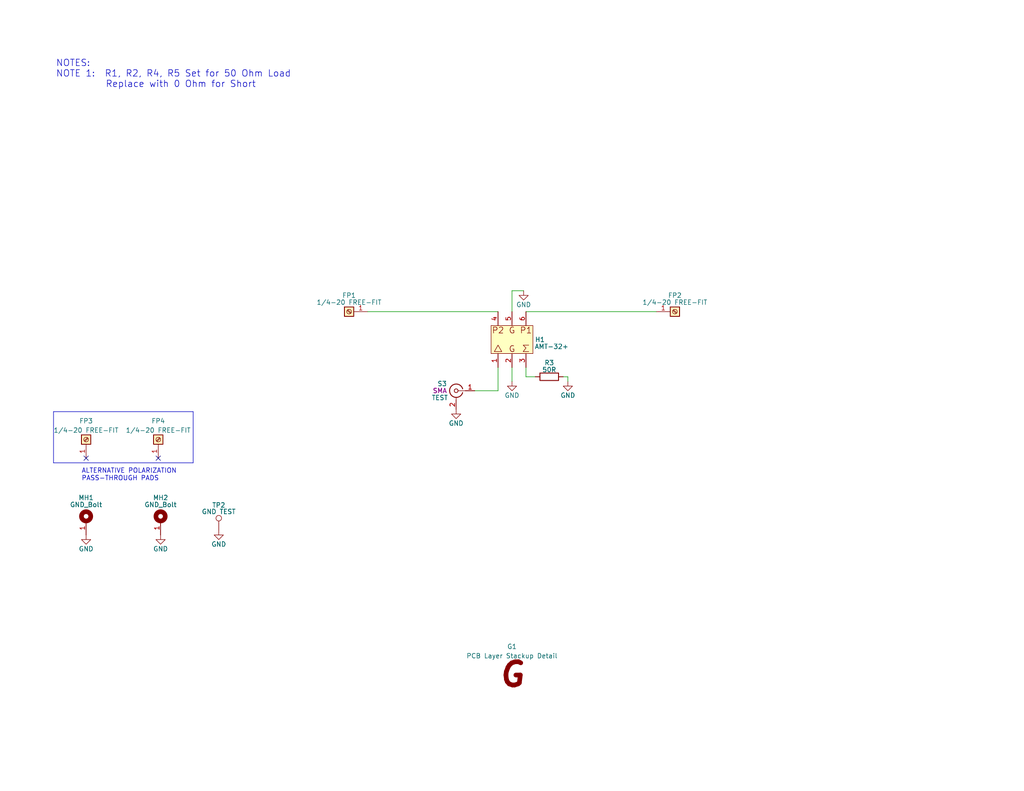
<source format=kicad_sch>
(kicad_sch (version 20230121) (generator eeschema)
  (paper "USLetter")
  (title_block (title "LWA FEE") (date "2022-04-26") (rev "1.2") (company "Long Wavelength Array") (comment 1 "4555 Overlook Avenue SW") (comment 2 "Washington, DC 20375") (comment 3 "Brian Hicks / Whitham D. Reeve") (comment 4 "U.S. Naval Research Laboratory"))
  (lib_symbols
    (symbol "Connector:Conn_Coaxial" (pin_names (offset 1.016) hide)
      (property "Reference" "J" (at 0.254 3.048 0))
      (property "Value" "Conn_Coaxial" (at 2.921 0 90))
      (symbol "Conn_Coaxial_0_1"
        (arc (start -1.778 -0.508) (mid 0.222 -1.808) (end 1.778 0) (stroke (width 0.254)))
        (polyline (pts (xy -2.54 0) (xy -0.508 0)))
        (polyline (pts (xy 0 -2.54) (xy 0 -1.778)))
        (circle (center 0 0) (radius 0.508) (stroke (width 0.2032)))
        (arc (start 1.778 0) (mid 0.222 1.8083) (end -1.778 0.508) (stroke (width 0.254)))
      )
      (symbol "Conn_Coaxial_1_1"
        (pin passive line (at -5.08 0 0) (length 2.54) (name "In") (number "1"))
        (pin passive line (at 0 -5.08 90) (length 2.54) (name "Ext") (number "2"))
      )
    )
    (symbol "Connector:Screw_Terminal_01x01" (pin_names (offset 1.016) hide)
      (property "Reference" "J" (at 0 2.54 0))
      (property "Value" "Screw_Terminal_01x01" (at 0 -2.54 0))
      (symbol "Screw_Terminal_01x01_1_1"
        (rectangle (start -1.27 1.27) (end 1.27 -1.27) (stroke (width 0.254)) (fill (type background)))
        (polyline (pts (xy -0.5334 0.3302) (xy 0.3302 -0.508)) (stroke (width 0.1524)))
        (polyline (pts (xy -0.3556 0.508) (xy 0.508 -0.3302)) (stroke (width 0.1524)))
        (circle (center 0 0) (radius 0.635) (stroke (width 0.1524)))
        (pin passive line (at -5.08 0 0) (length 3.81) (name "Pin_1") (number "1"))
      )
    )
    (symbol "Connector:TestPoint" (pin_numbers hide) (pin_names (offset 0.762) hide)
      (property "Reference" "TP" (at 0 6.858 0))
      (property "Value" "TestPoint" (at 0 5.08 0))
      (symbol "TestPoint_0_1"
        (circle (center 0 3.302) (radius 0.762))
      )
      (symbol "TestPoint_1_1"
        (pin passive line (at 0 0 90) (length 2.54) (name "1") (number "1"))
      )
    )
    (symbol "Device:R" (pin_numbers hide) (pin_names (offset 0))
      (property "Reference" "R" (at 2.032 0 90))
      (property "Value" "R" (at 0 0 90))
      (symbol "R_0_1"
        (rectangle (start -1.016 -2.54) (end 1.016 2.54) (stroke (width 0.254)))
      )
      (symbol "R_1_1"
        (pin passive line (at 0 3.81 270) (length 1.27) (name "~") (number "1"))
        (pin passive line (at 0 -3.81 90) (length 1.27) (name "~") (number "2"))
      )
    )
    (symbol "LWA_RF:AMT-2+" (pin_names (offset 1.016))
      (property "Reference" "U" (at 6.985 5.08 0))
      (property "Value" "AMT-2+" (at 10.16 2.54 0))
      (symbol "AMT-2+_0_0"
        (rectangle (start -5.715 7.62) (end 5.715 0) (fill (type background)))
        (polyline (pts (xy -3.81 2.286) (xy -4.826 0.508) (xy -2.794 0.508) (xy -3.81 2.286)))
        (polyline (pts (xy 4.572 2.286) (xy 3.048 2.286) (xy 3.81 1.524) (xy 3.048 0.508) (xy 4.572 0.508)))
        (text "G" (at 0 1.27 0) (effects (font (size 1.651 1.651))))
        (text "P1" (at 3.81 6.35 0) (effects (font (size 1.651 1.651))))
        (text "P2" (at -3.81 6.35 0) (effects (font (size 1.651 1.651))))
      )
      (symbol "AMT-2+_1_1"
        (text "G" (at 0 6.35 0) (effects (font (size 1.651 1.651))))
        (pin bidirectional line (at -3.81 -3.81 90) (length 3.81) (name "~") (number "1"))
        (pin bidirectional line (at 0 -3.81 90) (length 3.81) (name "~") (number "2"))
        (pin bidirectional line (at 3.81 -3.81 90) (length 3.81) (name "~") (number "3"))
        (pin bidirectional line (at -3.81 11.43 270) (length 3.81) (name "~") (number "4"))
        (pin bidirectional line (at 0 11.43 270) (length 3.81) (name "~") (number "5"))
        (pin bidirectional line (at 3.81 11.43 270) (length 3.81) (name "~") (number "6"))
      )
    )
    (symbol "LWA_RF:GND_Bolt" (pin_names (offset 1.016))
      (property "Reference" "H" (at 0 5.08 0))
      (property "Value" "GND_Bolt" (at 0 3.175 0))
      (symbol "GND_Bolt_0_1"
        (circle (center 0 0) (radius 1.27) (stroke (width 1.27)))
      )
      (symbol "GND_Bolt_1_1"
        (pin bidirectional line (at 0 -5.08 90) (length 3.81) (name "~") (number "1"))
      )
    )
    (symbol "LWA_RF:PCB_Graphic" (pin_names (offset 1.016))
      (property "Reference" "G?" (at -5.08 6.985 0))
      (property "Value" "PCB_Graphic" (at 0 5.08 0))
      (symbol "PCB_Graphic_0_0"
        (text "G" (at 0 0 0) (effects (font (size 6.35 6.35) bold italic)))
      )
    )
    (symbol "power:GND" (power) (pin_names (offset 0))
      (property "Value" "GND" (at 0 -3.81 0))
      (symbol "GND_0_1"
        (polyline (pts (xy 0 0) (xy 0 -1.27) (xy 1.27 -1.27) (xy 0 -2.54) (xy -1.27 -1.27) (xy 0 -1.27)))
      )
      (symbol "GND_1_1"
        (pin power_in line (at 0 0 270) (length 0) hide (name "GND") (number "1"))
      )
    )
  )
  (no_connect (at 23.495 125.095))
  (no_connect (at 43.18 125.095))
  (wire (pts (xy 139.7 100.33) (xy 139.7 104.14)))
  (wire (pts (xy 139.7 79.375) (xy 139.7 85.09)))
  (polyline (pts (xy 52.705 112.395) (xy 14.605 112.395)))
  (wire (pts (xy 135.89 100.33) (xy 135.89 106.68)))
  (wire (pts (xy 153.67 102.87) (xy 154.94 102.87)))
  (wire (pts (xy 100.33 85.09) (xy 135.89 85.09)))
  (wire (pts (xy 143.51 102.87) (xy 143.51 100.33)))
  (wire (pts (xy 154.94 102.87) (xy 154.94 104.14)))
  (wire (pts (xy 143.51 102.87) (xy 146.05 102.87)))
  (wire (pts (xy 142.875 79.375) (xy 139.7 79.375)))
  (polyline (pts (xy 14.605 112.395) (xy 14.605 126.365)))
  (wire (pts (xy 129.54 106.68) (xy 135.89 106.68)))
  (polyline (pts (xy 14.605 126.365) (xy 52.705 126.365)))
  (polyline (pts (xy 52.705 126.365) (xy 52.705 112.395)))
  (wire (pts (xy 143.51 85.09) (xy 179.07 85.09)))
  (text "NOTES:\nNOTE 1:  R1, R2, R4, R5 Set for 50 Ohm Load\n          Replace with 0 Ohm for Short" (at 15.24 24.13 0) (effects (font (size 1.778 1.778)) (justify left bottom)))
  (text "ALTERNATIVE POLARIZATION\nPASS-THROUGH PADS" (at 22.225 131.445 0) (effects (font (size 1.27 1.27)) (justify left bottom)))
  (symbol (lib_id "LWA_RF:AMT-2+") (at 139.7 96.52 0) (unit 1)
    (property "Reference" "H1" (at 147.32 92.71 0))
    (property "Value" "AMT-32+" (at 150.495 94.615 0))
    (property "Footprint" "LWA Balun 2020:AMT-2" (effects hide))
    (property "Datasheet" "https://www.minicircuits.com/pdfs/AMT-2+.pdf" (effects hide))
    (property "MPN" "AMT-32+" (effects hide))
    (property "MFGR" "Mini-Circuits" (effects hide))
    (property "Tolerance" "NA" (effects hide))
    (property "Power" "NA" (effects hide))
    (property "Voltage Rating" "NA" (effects hide))
    (property "Unit Cost" "13.45" (effects hide))
    (property "Stock" "66" (effects hide))
    (property "Stock Date" "03/03/2022" (effects hide))
    (property "Voltage" "NA" (effects hide))
    (property "Temp Coeff" "NA" (effects hide))
    (property "Rating (A)" "NA" (effects hide))
    (property "Desc" "Magic Tee, 50 - 200 MHz, 180 deg Hybrid, 50Ω" (effects hide))
  )
  (symbol (lib_id "power:GND") (at 139.7 104.14 0) (unit 1)
    (property "Reference" "#PWR010" (effects hide))
    (property "Value" "GND" (at 139.7 107.95 0))
  )
  (symbol (lib_id "Connector:Conn_Coaxial") (at 124.46 106.68 0) (mirror y) (unit 1)
    (property "Reference" "S3" (at 120.65 104.775 0))
    (property "Value" "TEST" (at 120.015 108.585 0))
    (property "Footprint" "LWA Balun 2020:SMA_142-0701-201" (effects hide))
    (property "Datasheet" "https://belfuse.com/resources/drawings/cinchconnectivitysolutions/johnson/dr-ccs-john-142-0701-201.pdf" (effects hide))
    (property "MPN" "142-0701-201" (effects hide))
    (property "MFGR" "Cinch Connectivity Solutions Johnson" (effects hide))
    (property "Desc" "CONN SMA JACK STR 50 OHM PCB" (effects hide))
    (property "Tolerance" "NA" (effects hide))
    (property "Power" "NA" (effects hide))
    (property "Voltage Rating" "NA" (effects hide))
    (property "Unit Cost" "4.94" (effects hide))
    (property "Stock" "40347" (effects hide))
    (property "Stock Date" "03/03/2022" (effects hide))
    (property "Voltage" "NA" (effects hide))
    (property "Temp Coeff" "NA" (effects hide))
    (property "Rating (A)" "NA" (effects hide))
    (property "TYPE" "SMA" (at 120.015 106.68 0))
  )
  (symbol (lib_id "power:GND") (at 124.46 111.76 0) (mirror y) (unit 1)
    (property "Reference" "#PWR021" (effects hide))
    (property "Value" "GND" (at 124.46 115.57 0))
  )
  (symbol (lib_id "Connector:Screw_Terminal_01x01") (at 184.15 85.09 0) (unit 1)
    (property "Reference" "FP2" (at 184.15 80.645 0))
    (property "Value" "1/4-20 FREE-FIT" (at 184.15 82.55 0))
    (property "Footprint" "LWA Balun 2020:Feedpoint" (effects hide))
    (property "Datasheet" "NA" (effects hide))
    (property "MPN" "DNI" (effects hide))
    (property "MFGR" "DNI" (effects hide))
    (property "Tolerance" "NA" (effects hide))
    (property "Power" "NA" (effects hide))
    (property "Voltage Rating" "NA" (effects hide))
    (property "Unit Cost" "0.00" (effects hide))
    (property "Stock" "1000" (effects hide))
    (property "Stock Date" "06/12/2020" (effects hide))
    (property "Desc" "LWA FEE Feedpoint" (effects hide))
    (property "Voltage" "NA" (effects hide))
    (property "Temp Coeff" "NA" (effects hide))
    (property "Rating (A)" "NA" (effects hide))
  )
  (symbol (lib_id "Connector:Screw_Terminal_01x01") (at 95.25 85.09 180) (unit 1)
    (property "Reference" "FP1" (at 95.25 80.645 0))
    (property "Value" "1/4-20 FREE-FIT" (at 95.25 82.55 0))
    (property "Footprint" "LWA Balun 2020:Feedpoint" (effects hide))
    (property "Datasheet" "NA" (effects hide))
    (property "MPN" "DNI" (effects hide))
    (property "MFGR" "DNI" (effects hide))
    (property "Tolerance" "NA" (effects hide))
    (property "Power" "NA" (effects hide))
    (property "Voltage Rating" "NA" (effects hide))
    (property "Unit Cost" "0.00" (effects hide))
    (property "Stock" "1000" (effects hide))
    (property "Stock Date" "06/12/2020" (effects hide))
    (property "Desc" "LWA FEE Feedpoint" (effects hide))
    (property "Voltage" "NA" (effects hide))
    (property "Temp Coeff" "NA" (effects hide))
    (property "Rating (A)" "NA" (effects hide))
  )
  (symbol (lib_id "Connector:Screw_Terminal_01x01") (at 23.495 120.015 90) (unit 1)
    (property "Reference" "FP3" (at 23.495 114.935 90))
    (property "Value" "1/4-20 FREE-FIT" (at 23.495 117.475 90))
    (property "Footprint" "LWA Balun 2020:Feedpoint" (effects hide))
    (property "Datasheet" "NA" (effects hide))
    (property "MPN" "DNI" (effects hide))
    (property "MFGR" "DNI" (effects hide))
    (property "Tolerance" "NA" (effects hide))
    (property "Power" "NA" (effects hide))
    (property "Voltage Rating" "NA" (effects hide))
    (property "Unit Cost" "0.00" (effects hide))
    (property "Stock" "1000" (effects hide))
    (property "Stock Date" "06/12/2020" (effects hide))
    (property "Desc" "LWA FEE Feedpoint" (effects hide))
    (property "Voltage" "NA" (effects hide))
    (property "Temp Coeff" "NA" (effects hide))
    (property "Rating (A)" "NA" (effects hide))
  )
  (symbol (lib_id "Connector:Screw_Terminal_01x01") (at 43.18 120.015 90) (unit 1)
    (property "Reference" "FP4" (at 43.18 114.935 90))
    (property "Value" "1/4-20 FREE-FIT" (at 43.18 117.475 90))
    (property "Footprint" "LWA Balun 2020:Feedpoint" (effects hide))
    (property "Datasheet" "NA" (effects hide))
    (property "MPN" "DNI" (effects hide))
    (property "MFGR" "DNI" (effects hide))
    (property "Tolerance" "NA" (effects hide))
    (property "Power" "NA" (effects hide))
    (property "Voltage Rating" "NA" (effects hide))
    (property "Unit Cost" "0.00" (effects hide))
    (property "Stock" "1000" (effects hide))
    (property "Stock Date" "06/12/2020" (effects hide))
    (property "Desc" "LWA FEE Feedpoint" (effects hide))
    (property "Voltage" "NA" (effects hide))
    (property "Temp Coeff" "NA" (effects hide))
    (property "Rating (A)" "NA" (effects hide))
  )
  (symbol (lib_id "Connector:TestPoint") (at 59.69 144.78 0) (unit 1)
    (property "Reference" "TP2" (at 59.69 137.922 0))
    (property "Value" "GND TEST" (at 59.69 139.7 0))
    (property "Footprint" "LWA Balun 2020:Harwin_TP_S1751-46R" (effects hide))
    (property "Datasheet" "https://cdn.harwin.com/pdfs/S1751R.pdf" (effects hide))
    (property "MPN" "S1751-46R" (effects hide))
    (property "MFGR" "Harwin Inc" (effects hide))
    (property "Tolerance" "NA" (effects hide))
    (property "Power" "NA" (effects hide))
    (property "Voltage Rating" "NA" (effects hide))
    (property "Unit Cost" "0.20" (effects hide))
    (property "Stock" "157264" (effects hide))
    (property "Stock Date" "03/03/2022" (effects hide))
    (property "Desc" "PC TEST POINT NATURAL" (effects hide))
    (property "Voltage" "NA" (effects hide))
    (property "Temp Coeff" "NA" (effects hide))
    (property "Rating (A)" "NA" (effects hide))
  )
  (symbol (lib_id "power:GND") (at 59.69 144.78 0) (unit 1)
    (property "Reference" "#PWR024" (effects hide))
    (property "Value" "GND" (at 59.69 148.59 0))
  )
  (symbol (lib_id "LWA_RF:GND_Bolt") (at 23.495 140.97 0) (unit 1)
    (property "Reference" "MH1" (at 23.495 135.89 0))
    (property "Value" "GND_Bolt" (at 23.495 137.795 0))
    (property "Footprint" "LWA Balun 2020:GND_Bolt" (effects hide))
  )
  (symbol (lib_id "power:GND") (at 23.495 146.05 0) (unit 1)
    (property "Reference" "#PWR027" (effects hide))
    (property "Value" "GND" (at 23.495 149.86 0))
  )
  (symbol (lib_id "LWA_RF:GND_Bolt") (at 43.815 140.97 0) (unit 1)
    (property "Reference" "MH2" (at 43.815 135.89 0))
    (property "Value" "GND_Bolt" (at 43.815 137.795 0))
    (property "Footprint" "LWA Balun 2020:GND_Bolt" (effects hide))
  )
  (symbol (lib_id "power:GND") (at 43.815 146.05 0) (unit 1)
    (property "Reference" "#PWR028" (effects hide))
    (property "Value" "GND" (at 43.815 149.86 0))
  )
  (symbol (lib_id "LWA_RF:PCB_Graphic") (at 139.7 184.15 0) (unit 1)
    (property "Reference" "G1" (at 139.7 176.53 0))
    (property "Value" "PCB Layer Stackup Detail" (at 139.7 179.07 0))
    (property "Footprint" "FabDrawingTemplates:FabDrawing-2Layer-Imperial_LWA" (effects hide))
  )
  (symbol (lib_id "power:GND") (at 142.875 79.375 0) (unit 1)
    (property "Reference" "#PWR0106" (effects hide))
    (property "Value" "GND" (at 142.875 83.185 0))
  )
  (symbol (lib_id "power:GND") (at 154.94 104.14 0) (unit 1)
    (property "Reference" "#PWR0101" (effects hide))
    (property "Value" "GND" (at 154.94 107.95 0))
  )
  (symbol (lib_id "Device:R") (at 149.86 102.87 270) (unit 1)
    (property "Reference" "R3" (at 149.86 99.06 90))
    (property "Value" "50R" (at 149.86 100.965 90))
    (property "Footprint" "Resistor_SMD:R_1206_3216Metric_Pad1.30x1.75mm_HandSolder" (effects hide))
    (property "Datasheet" "http://www.vishaypg.com/docs/63060/VSMP.pdf" (effects hide))
    (property "MPN" "Y162550R0000B9W" (effects hide))
    (property "MFGR" "Vishay Foil Resistors" (effects hide))
    (property "Tolerance" "0.1%" (effects hide))
    (property "Power" "0.3 W" (effects hide))
    (property "Voltage Rating" "NA" (effects hide))
    (property "Unit Cost" "0.56" (effects hide))
    (property "Stock" "2007" (effects hide))
    (property "Stock Date" "04/26/2022" (effects hide))
    (property "Desc" "RES SMD 50 OHM 0.1% 0.3W 1206" (effects hide))
    (property "Voltage" "87 V" (effects hide))
    (property "Temp Coeff" "NA" (effects hide))
    (property "Rating (A)" "NA" (effects hide))
  )
)
</source>
